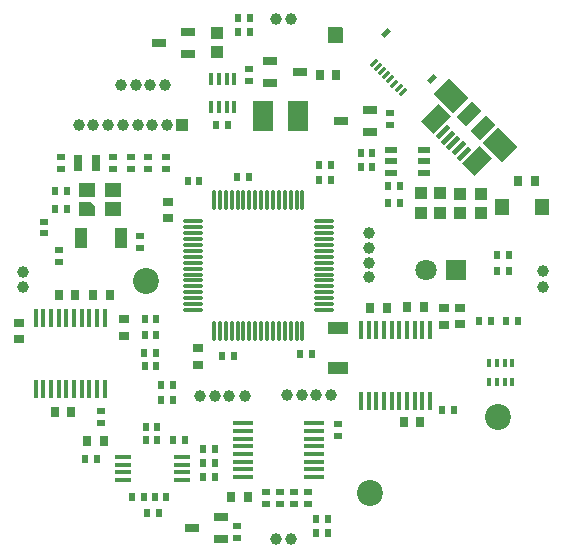
<source format=gts>
%TF.GenerationSoftware,KiCad,Pcbnew,9.0.4*%
%TF.CreationDate,2026-01-16T16:04:55-08:00*%
%TF.ProjectId,u_anemometer,755f616e-656d-46f6-9d65-7465722e6b69,rev?*%
%TF.SameCoordinates,Original*%
%TF.FileFunction,Soldermask,Top*%
%TF.FilePolarity,Negative*%
%FSLAX46Y46*%
G04 Gerber Fmt 4.6, Leading zero omitted, Abs format (unit mm)*
G04 Created by KiCad (PCBNEW 9.0.4) date 2026-01-16 16:04:55*
%MOMM*%
%LPD*%
G01*
G04 APERTURE LIST*
G04 Aperture macros list*
%AMRotRect*
0 Rectangle, with rotation*
0 The origin of the aperture is its center*
0 $1 length*
0 $2 width*
0 $3 Rotation angle, in degrees counterclockwise*
0 Add horizontal line*
21,1,$1,$2,0,0,$3*%
%AMFreePoly0*
4,1,6,0.700000,0.196000,0.700000,-0.575000,-0.700000,-0.575000,-0.700000,0.575000,0.338000,0.575000,0.700000,0.196000,0.700000,0.196000,$1*%
G04 Aperture macros list end*
%ADD10R,0.500000X0.800000*%
%ADD11R,0.800000X0.900000*%
%ADD12R,1.803500X0.406500*%
%ADD13R,0.700000X1.400000*%
%ADD14R,1.000000X1.000000*%
%ADD15C,1.000000*%
%ADD16R,1.000000X0.550000*%
%ADD17R,0.800000X0.500000*%
%ADD18R,1.800000X2.600000*%
%ADD19R,1.092000X0.990500*%
%ADD20R,1.000000X1.100000*%
%ADD21R,0.900000X0.800000*%
%ADD22O,1.800000X0.280000*%
%ADD23O,0.280000X1.800000*%
%ADD24R,1.250000X0.700000*%
%ADD25RotRect,0.800000X0.300000X225.000000*%
%ADD26RotRect,0.800000X0.400000X225.000000*%
%ADD27C,2.200000*%
%ADD28R,1.000000X1.700000*%
%ADD29R,1.397000X0.406500*%
%ADD30RotRect,1.380000X0.450000X225.000000*%
%ADD31RotRect,1.900000X2.375000X225.000000*%
%ADD32RotRect,2.100000X1.475000X225.000000*%
%ADD33RotRect,1.900000X1.175000X225.000000*%
%ADD34R,1.100000X1.000000*%
%ADD35R,0.400000X1.493500*%
%ADD36FreePoly0,0.000000*%
%ADD37R,1.400000X1.150000*%
%ADD38R,1.700000X1.000000*%
%ADD39R,1.200000X1.400000*%
%ADD40R,1.800000X1.800000*%
%ADD41C,1.800000*%
%ADD42R,0.350500X0.700000*%
%ADD43R,0.400000X1.060000*%
G04 APERTURE END LIST*
D10*
%TO.C,C1*%
X144300000Y-96950000D03*
X145300000Y-96950000D03*
%TD*%
D11*
%TO.C,C4*%
X169900000Y-101700000D03*
X171300000Y-101700000D03*
%TD*%
D12*
%TO.C,U5*%
X152600000Y-126775000D03*
X152600000Y-126125000D03*
X152600000Y-125475000D03*
X152600000Y-124825000D03*
X152600000Y-124175000D03*
X152600000Y-123525000D03*
X152600000Y-122875000D03*
X152600000Y-122225000D03*
X146600000Y-122225000D03*
X146600000Y-122875000D03*
X146600000Y-123525000D03*
X146600000Y-124175000D03*
X146600000Y-124825000D03*
X146600000Y-125475000D03*
X146600000Y-126125000D03*
X146600000Y-126775000D03*
%TD*%
D13*
%TO.C,X1*%
X132650000Y-100150000D03*
X134150000Y-100150000D03*
%TD*%
D10*
%TO.C,R41*%
X159900000Y-103550000D03*
X158900000Y-103550000D03*
%TD*%
%TO.C,C47*%
X166550000Y-113550000D03*
X167550000Y-113550000D03*
%TD*%
D14*
%TO.C,SPI1*%
X141425000Y-97000000D03*
D15*
X140175000Y-97000000D03*
X138925000Y-97000000D03*
X137675000Y-97000000D03*
X136425000Y-97000000D03*
X135175000Y-97000000D03*
X133925000Y-97000000D03*
X132675000Y-97000000D03*
%TD*%
D10*
%TO.C,R35*%
X140650000Y-118950000D03*
X139650000Y-118950000D03*
%TD*%
D16*
%TO.C,D2*%
X161950000Y-101000000D03*
X161950000Y-100050000D03*
X161950000Y-99100000D03*
X159150000Y-99100000D03*
X159150000Y-100050000D03*
X159150000Y-101000000D03*
%TD*%
D10*
%TO.C,C19*%
X151400000Y-116350000D03*
X152400000Y-116350000D03*
%TD*%
D17*
%TO.C,R27*%
X131050000Y-108550000D03*
X131050000Y-107550000D03*
%TD*%
%TO.C,C9*%
X140075000Y-99700000D03*
X140075000Y-100700000D03*
%TD*%
D18*
%TO.C,C12*%
X148249000Y-96200000D03*
X151251000Y-96200000D03*
%TD*%
D19*
%TO.C,LED1*%
X164999000Y-104400000D03*
X166701000Y-104400000D03*
%TD*%
D10*
%TO.C,R38*%
X153800000Y-130350000D03*
X152800000Y-130350000D03*
%TD*%
D20*
%TO.C,R6*%
X163250000Y-104450000D03*
X161650000Y-104450000D03*
%TD*%
D17*
%TO.C,R28*%
X129750000Y-106150000D03*
X129750000Y-105150000D03*
%TD*%
D21*
%TO.C,VBAT1*%
X140250000Y-103450000D03*
X140250000Y-104850000D03*
%TD*%
D22*
%TO.C,U2*%
X142325000Y-105125000D03*
X142325000Y-105625000D03*
X142325000Y-106125000D03*
X142325000Y-106625000D03*
X142325000Y-107125000D03*
X142325000Y-107625000D03*
X142325000Y-108125000D03*
X142325000Y-108625000D03*
X142325000Y-109125000D03*
X142325000Y-109625000D03*
X142325000Y-110125000D03*
X142325000Y-110625000D03*
X142325000Y-111125000D03*
X142325000Y-111625000D03*
X142325000Y-112125000D03*
X142325000Y-112625000D03*
D23*
X144125000Y-114425000D03*
X144625000Y-114425000D03*
X145125000Y-114425000D03*
X145625000Y-114425000D03*
X146125000Y-114425000D03*
X146625000Y-114425000D03*
X147125000Y-114425000D03*
X147625000Y-114425000D03*
X148125000Y-114425000D03*
X148625000Y-114425000D03*
X149125000Y-114425000D03*
X149625000Y-114425000D03*
X150125000Y-114425000D03*
X150625000Y-114425000D03*
X151125000Y-114425000D03*
X151625000Y-114425000D03*
D22*
X153425000Y-112625000D03*
X153425000Y-112125000D03*
X153425000Y-111625000D03*
X153425000Y-111125000D03*
X153425000Y-110625000D03*
X153425000Y-110125000D03*
X153425000Y-109625000D03*
X153425000Y-109125000D03*
X153425000Y-108625000D03*
X153425000Y-108125000D03*
X153425000Y-107625000D03*
X153425000Y-107125000D03*
X153425000Y-106625000D03*
X153425000Y-106125000D03*
X153425000Y-105625000D03*
X153425000Y-105125000D03*
D23*
X151625000Y-103325000D03*
X151125000Y-103325000D03*
X150625000Y-103325000D03*
X150125000Y-103325000D03*
X149625000Y-103325000D03*
X149125000Y-103325000D03*
X148625000Y-103325000D03*
X148125000Y-103325000D03*
X147625000Y-103325000D03*
X147125000Y-103325000D03*
X146625000Y-103325000D03*
X146125000Y-103325000D03*
X145625000Y-103325000D03*
X145125000Y-103325000D03*
X144625000Y-103325000D03*
X144125000Y-103325000D03*
%TD*%
D15*
%TO.C,UART1*%
X150325500Y-119850000D03*
X151575000Y-119850000D03*
X152784000Y-119850000D03*
X154074500Y-119850000D03*
%TD*%
D24*
%TO.C,Q2*%
X144749500Y-132050000D03*
X144749500Y-130150000D03*
X142250500Y-131100000D03*
%TD*%
D17*
%TO.C,C13*%
X147100000Y-92200000D03*
X147100000Y-93200000D03*
%TD*%
D10*
%TO.C,C23*%
X138250000Y-117376000D03*
X139250000Y-117376000D03*
%TD*%
D17*
%TO.C,R9*%
X138576000Y-99699000D03*
X138576000Y-100699000D03*
%TD*%
D10*
%TO.C,C2*%
X153050000Y-100350000D03*
X154050000Y-100350000D03*
%TD*%
D25*
%TO.C,DEBUG1*%
X157640812Y-91684315D03*
X157994365Y-92037868D03*
X158347918Y-92391421D03*
X158701472Y-92744975D03*
X159055025Y-93098528D03*
X159408579Y-93452082D03*
X159762132Y-93805635D03*
X160115685Y-94159188D03*
D26*
X158701472Y-89209441D03*
X162590559Y-93098528D03*
%TD*%
D27*
%TO.C,REF\u002A\u002A*%
X168200000Y-121700000D03*
%TD*%
D17*
%TO.C,R20*%
X152100000Y-128050000D03*
X152100000Y-129050000D03*
%TD*%
%TO.C,R11*%
X146100000Y-131950000D03*
X146100000Y-130950000D03*
%TD*%
D10*
%TO.C,R23*%
X147150000Y-87900000D03*
X146150000Y-87900000D03*
%TD*%
%TO.C,R34*%
X139350000Y-123650000D03*
X138350000Y-123650000D03*
%TD*%
%TO.C,C39*%
X139450000Y-129800000D03*
X138450000Y-129800000D03*
%TD*%
D15*
%TO.C,WEST1*%
X128000000Y-110690000D03*
X128000000Y-109410000D03*
%TD*%
D10*
%TO.C,R29*%
X143200000Y-126800000D03*
X144200000Y-126800000D03*
%TD*%
D17*
%TO.C,R19*%
X148500000Y-128050000D03*
X148500000Y-129050000D03*
%TD*%
D27*
%TO.C,REF\u002A\u002A*%
X157300000Y-128100000D03*
%TD*%
D10*
%TO.C,R32*%
X144200000Y-124400000D03*
X143200000Y-124400000D03*
%TD*%
%TO.C,C15*%
X138250000Y-113375500D03*
X139250000Y-113375500D03*
%TD*%
D28*
%TO.C,RST1*%
X132900000Y-106500000D03*
X136300000Y-106500000D03*
%TD*%
D10*
%TO.C,R37*%
X153800000Y-131550000D03*
X152800000Y-131550000D03*
%TD*%
D29*
%TO.C,U7*%
X141402000Y-127025000D03*
X141402000Y-126375000D03*
X141402000Y-125725000D03*
X141402000Y-125075000D03*
X136398000Y-125075000D03*
X136398000Y-125725000D03*
X136398000Y-126375000D03*
X136398000Y-127025000D03*
%TD*%
D10*
%TO.C,R5*%
X156550000Y-99300000D03*
X157550000Y-99300000D03*
%TD*%
D17*
%TO.C,C3*%
X135600000Y-99700000D03*
X135600000Y-100700000D03*
%TD*%
D30*
%TO.C,USB1*%
X165329140Y-99409337D03*
X164869167Y-98950071D03*
X164409902Y-98490098D03*
X163949929Y-98030833D03*
X163490309Y-97571213D03*
D31*
X168348133Y-98667229D03*
D32*
X166405357Y-99977144D03*
D33*
X166884422Y-97203518D03*
X165696482Y-96015578D03*
D32*
X162922856Y-96494643D03*
D31*
X164232771Y-94551867D03*
%TD*%
D10*
%TO.C,R40*%
X158900000Y-102150000D03*
X159900000Y-102150000D03*
%TD*%
%TO.C,R25*%
X163450000Y-121100000D03*
X164450000Y-121100000D03*
%TD*%
%TO.C,R30*%
X138200000Y-128450000D03*
X137200000Y-128450000D03*
%TD*%
D11*
%TO.C,C38*%
X160200000Y-122150000D03*
X161600000Y-122150000D03*
%TD*%
%TO.C,C37*%
X161900000Y-112400000D03*
X160500000Y-112400000D03*
%TD*%
D17*
%TO.C,R17*%
X150900000Y-128050000D03*
X150900000Y-129050000D03*
%TD*%
D10*
%TO.C,C22*%
X138250000Y-114750000D03*
X139250000Y-114750000D03*
%TD*%
%TO.C,R13*%
X168100000Y-109300000D03*
X169100000Y-109300000D03*
%TD*%
D21*
%TO.C,C30*%
X127600000Y-113700000D03*
X127600000Y-115100000D03*
%TD*%
D34*
%TO.C,R1*%
X144350000Y-89200000D03*
X144350000Y-90800000D03*
%TD*%
D15*
%TO.C,I2C1*%
X157250000Y-109874500D03*
X157250000Y-108625000D03*
X157250000Y-107416000D03*
X157250000Y-106125500D03*
%TD*%
D10*
%TO.C,C45*%
X141650000Y-123650000D03*
X140650000Y-123650000D03*
%TD*%
%TO.C,C35*%
X134250000Y-125250000D03*
X133250000Y-125250000D03*
%TD*%
D15*
%TO.C,SOUTH1*%
X149360000Y-88000000D03*
X150640000Y-88000000D03*
%TD*%
D11*
%TO.C,C27*%
X130650000Y-121250000D03*
X132050000Y-121250000D03*
%TD*%
D15*
%TO.C,CAN1*%
X139974500Y-93550000D03*
X138725000Y-93550000D03*
X137516000Y-93550000D03*
X136225500Y-93550000D03*
%TD*%
D10*
%TO.C,R39*%
X140650000Y-120250000D03*
X139650000Y-120250000D03*
%TD*%
D21*
%TO.C,C16*%
X142800000Y-115850000D03*
X142800000Y-117250000D03*
%TD*%
D10*
%TO.C,C18*%
X154050000Y-101650000D03*
X153050000Y-101650000D03*
%TD*%
D17*
%TO.C,R3*%
X159000000Y-95950000D03*
X159000000Y-96950000D03*
%TD*%
D35*
%TO.C,U4*%
X134875000Y-113299000D03*
X134225000Y-113299000D03*
X133575000Y-113299000D03*
X132925000Y-113299000D03*
X132275000Y-113299000D03*
X131626500Y-113299000D03*
X130975500Y-113299000D03*
X130325500Y-113299000D03*
X129675500Y-113299000D03*
X129025000Y-113299000D03*
X129025000Y-119301000D03*
X129675000Y-119301000D03*
X130325000Y-119301000D03*
X130975000Y-119301000D03*
X131625000Y-119301000D03*
X132275000Y-119301000D03*
X132925000Y-119301000D03*
X133575000Y-119296000D03*
X134225000Y-119296000D03*
X134875000Y-119301000D03*
%TD*%
D17*
%TO.C,R8*%
X137100000Y-100700000D03*
X137100000Y-99700000D03*
%TD*%
D36*
%TO.C,X2*%
X133400000Y-104100000D03*
D37*
X135600000Y-104100000D03*
X135600000Y-102500000D03*
X133400000Y-102500000D03*
%TD*%
D24*
%TO.C,U3*%
X148900500Y-91550000D03*
X148900500Y-93450000D03*
X151400000Y-92500000D03*
%TD*%
D27*
%TO.C,REF\u002A\u002A*%
X138400000Y-110200000D03*
%TD*%
D15*
%TO.C,NORTH1*%
X150640000Y-132000000D03*
X149360000Y-132000000D03*
%TD*%
D17*
%TO.C,R18*%
X149700000Y-128050000D03*
X149700000Y-129050000D03*
%TD*%
%TO.C,C5*%
X131200000Y-99700000D03*
X131200000Y-100700000D03*
%TD*%
D21*
%TO.C,C28*%
X136500000Y-114800000D03*
X136500000Y-113400000D03*
%TD*%
D38*
%TO.C,SW1*%
X154650000Y-117550000D03*
X154650000Y-114150000D03*
%TD*%
D10*
%TO.C,R22*%
X147150000Y-89100000D03*
X146150000Y-89100000D03*
%TD*%
D21*
%TO.C,C43*%
X164950000Y-112450000D03*
X164950000Y-113850000D03*
%TD*%
D10*
%TO.C,R10*%
X138249500Y-116251500D03*
X139249500Y-116251500D03*
%TD*%
%TO.C,R14*%
X168100000Y-107950000D03*
X169100000Y-107950000D03*
%TD*%
D39*
%TO.C,D3*%
X168500000Y-103900000D03*
X171900000Y-103900000D03*
%TD*%
D11*
%TO.C,C29*%
X132400000Y-111350000D03*
X131000000Y-111350000D03*
%TD*%
D10*
%TO.C,R24*%
X143200000Y-125600000D03*
X144200000Y-125600000D03*
%TD*%
D11*
%TO.C,C42*%
X158750000Y-112450000D03*
X157350000Y-112450000D03*
%TD*%
D15*
%TO.C,EAST1*%
X172000000Y-109360000D03*
X172000000Y-110640000D03*
%TD*%
%TO.C,UART2*%
X142975500Y-119900000D03*
X144225000Y-119900000D03*
X145434000Y-119900000D03*
X146724500Y-119900000D03*
%TD*%
D10*
%TO.C,C21*%
X144800000Y-116550000D03*
X145800000Y-116550000D03*
%TD*%
%TO.C,C17*%
X142900000Y-101700000D03*
X141900000Y-101700000D03*
%TD*%
D17*
%TO.C,R16*%
X154650000Y-123300000D03*
X154650000Y-122300000D03*
%TD*%
D40*
%TO.C,BAT1*%
X164620000Y-109200000D03*
D41*
X162080000Y-109200000D03*
%TD*%
D11*
%TO.C,C25*%
X135300000Y-111350000D03*
X133900000Y-111350000D03*
%TD*%
D19*
%TO.C,LED2*%
X164999000Y-102800000D03*
X166701000Y-102800000D03*
%TD*%
D20*
%TO.C,R7*%
X163250000Y-102750000D03*
X161650000Y-102750000D03*
%TD*%
D24*
%TO.C,Q1*%
X157374500Y-97575000D03*
X157374500Y-95675000D03*
X154875500Y-96625000D03*
%TD*%
D11*
%TO.C,C14*%
X153100000Y-92750000D03*
X154500000Y-92750000D03*
%TD*%
D24*
%TO.C,D1*%
X141949500Y-90950000D03*
X141949500Y-89050000D03*
X139450500Y-90000000D03*
%TD*%
D10*
%TO.C,R4*%
X156550000Y-100500000D03*
X157550000Y-100500000D03*
%TD*%
D17*
%TO.C,C8*%
X137850000Y-107400000D03*
X137850000Y-106400000D03*
%TD*%
D10*
%TO.C,R33*%
X138350000Y-122500000D03*
X139350000Y-122500000D03*
%TD*%
D42*
%TO.C,U8*%
X167434000Y-117111000D03*
X168084500Y-117111000D03*
X168744500Y-117111000D03*
X169395000Y-117111000D03*
X169395000Y-118711000D03*
X168744500Y-118711000D03*
X168084500Y-118711000D03*
X167434000Y-118711000D03*
%TD*%
D10*
%TO.C,C7*%
X130700000Y-104100000D03*
X131700000Y-104100000D03*
%TD*%
%TO.C,R31*%
X139100000Y-128450000D03*
X140100000Y-128450000D03*
%TD*%
D11*
%TO.C,C31*%
X145600000Y-128500000D03*
X147000000Y-128500000D03*
%TD*%
D10*
%TO.C,C6*%
X131700000Y-102550000D03*
X130700000Y-102550000D03*
%TD*%
%TO.C,R2*%
X146100000Y-101400000D03*
X147100000Y-101400000D03*
%TD*%
%TO.C,C50*%
X169850000Y-113550000D03*
X168850000Y-113550000D03*
%TD*%
D35*
%TO.C,U6*%
X162425000Y-114299000D03*
X161775000Y-114299000D03*
X161125000Y-114299000D03*
X160475000Y-114299000D03*
X159825000Y-114299000D03*
X159176500Y-114299000D03*
X158525500Y-114299000D03*
X157875500Y-114299000D03*
X157225500Y-114299000D03*
X156575000Y-114299000D03*
X156575000Y-120301000D03*
X157225000Y-120301000D03*
X157875000Y-120301000D03*
X158525000Y-120301000D03*
X159175000Y-120301000D03*
X159825000Y-120301000D03*
X160475000Y-120301000D03*
X161125000Y-120296000D03*
X161775000Y-120296000D03*
X162425000Y-120301000D03*
%TD*%
D17*
%TO.C,R15*%
X134600000Y-122200000D03*
X134600000Y-121200000D03*
%TD*%
D11*
%TO.C,C36*%
X133400000Y-123700000D03*
X134800000Y-123700000D03*
%TD*%
D21*
%TO.C,C41*%
X163600000Y-113900000D03*
X163600000Y-112500000D03*
%TD*%
D43*
%TO.C,U1*%
X143895000Y-95450000D03*
X144545000Y-95450000D03*
X145205000Y-95450000D03*
X145855000Y-95450000D03*
X145855000Y-93050000D03*
X145205000Y-93050000D03*
X144545000Y-93050000D03*
X143895000Y-93050000D03*
%TD*%
G36*
X155031694Y-88718306D02*
G01*
X155050000Y-88762500D01*
X155050000Y-89987500D01*
X155031694Y-90031694D01*
X154987500Y-90050000D01*
X153812500Y-90050000D01*
X153768306Y-90031694D01*
X153750000Y-89987500D01*
X153750000Y-88762500D01*
X153768306Y-88718306D01*
X153812500Y-88700000D01*
X154987500Y-88700000D01*
X155031694Y-88718306D01*
G37*
M02*

</source>
